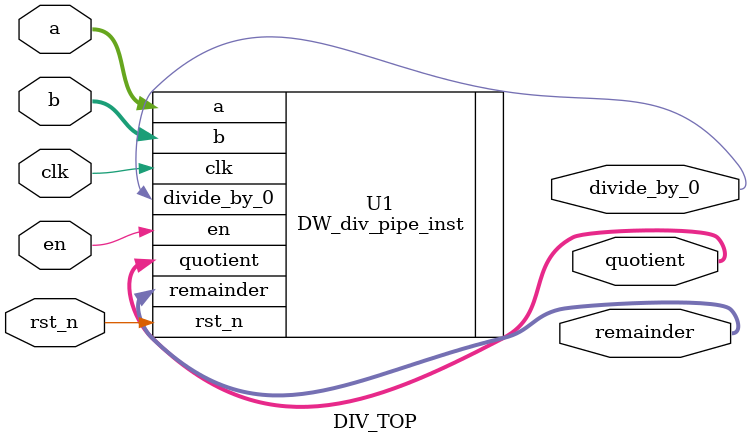
<source format=v>
module DIV_TOP(clk, rst_n, en, a, b,
                        quotient, remainder, divide_by_0 );


  input clk;
  input rst_n;
  input en;
  input [31 : 0] a;
  input [31 : 0] b;
  output [31 : 0] quotient;
  output [31 : 0] remainder;
  output divide_by_0;

  // Instance of DW_div_pipe
  DW_div_pipe_inst 
    U1 (.clk(clk),   .rst_n(rst_n),   .en(en),
        .a(a),   .b(b),   .quotient(quotient),
        .remainder(remainder),   .divide_by_0(divide_by_0) );
endmodule
</source>
